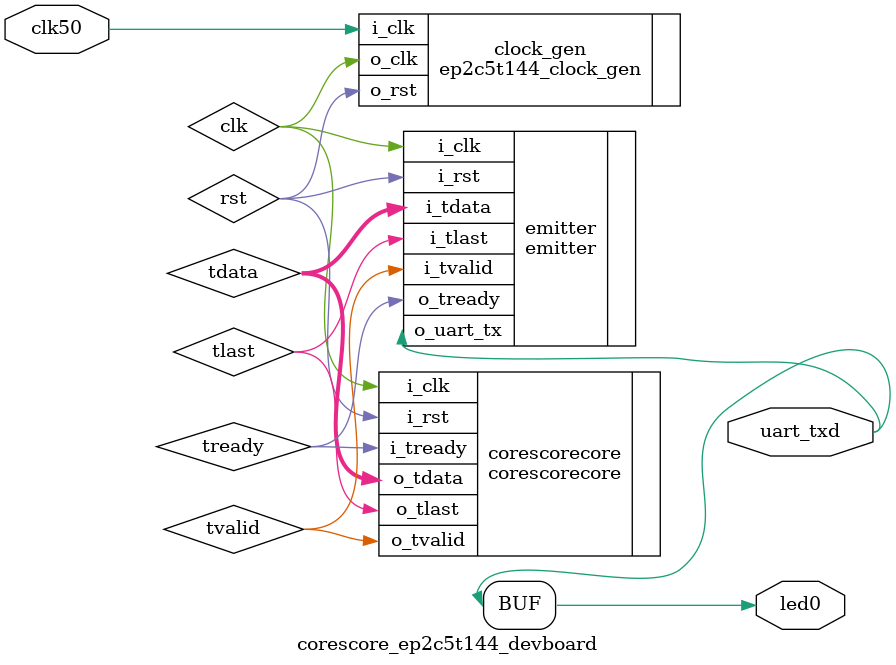
<source format=v>

`default_nettype none
module corescore_ep2c5t144_devboard
(
 input wire  clk50,
 output wire led0,
 output wire uart_txd);

   wire      clk;
   wire      rst;

   //Mirror UART output to LED
   assign led0 = uart_txd;

   ep2c5t144_clock_gen clock_gen
     (.i_clk (clk50),
      .o_clk (clk),
      .o_rst (rst));

   parameter memfile_emitter = "emitter.hex";

   wire [7:0]  tdata;
   wire        tlast;
   wire        tvalid;
   wire        tready;

   corescorecore corescorecore
     (.i_clk     (clk),
      .i_rst     (rst),
      .o_tdata   (tdata),
      .o_tlast   (tlast),
      .o_tvalid  (tvalid),
      .i_tready  (tready));

   emitter #(.memfile (memfile_emitter)) emitter
     (.i_clk     (clk),
      .i_rst     (rst),
      .i_tdata   (tdata),
      .i_tlast   (tlast),
      .i_tvalid  (tvalid),
      .o_tready  (tready),
      .o_uart_tx (uart_txd));

endmodule

</source>
